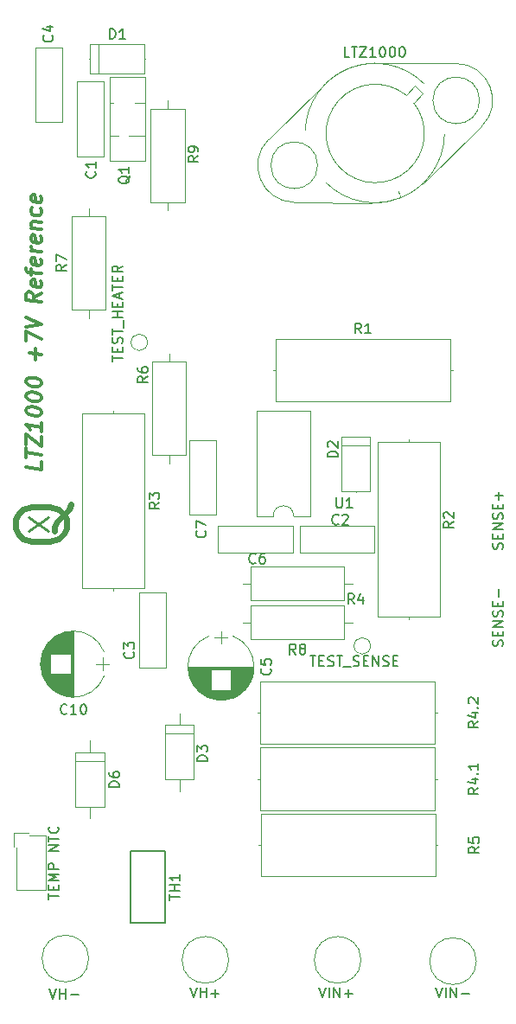
<source format=gbr>
G04 #@! TF.FileFunction,Legend,Top*
%FSLAX46Y46*%
G04 Gerber Fmt 4.6, Leading zero omitted, Abs format (unit mm)*
G04 Created by KiCad (PCBNEW 4.0.5) date Saturday, 16 December 2017 'PMt' 23:42:59*
%MOMM*%
%LPD*%
G01*
G04 APERTURE LIST*
%ADD10C,0.150000*%
%ADD11C,0.250000*%
%ADD12C,0.600000*%
%ADD13C,0.300000*%
%ADD14C,0.100000*%
%ADD15C,0.120000*%
G04 APERTURE END LIST*
D10*
D11*
X132381762Y-102774667D02*
X134381762Y-101441333D01*
X132381762Y-101441333D02*
X134381762Y-102774667D01*
D12*
X136596095Y-100203237D02*
X136358000Y-100679428D01*
X135881810Y-101155618D01*
X135167524Y-101869904D01*
X134929429Y-102346095D01*
X134929429Y-102822285D01*
X136119905Y-102584190D02*
X135881810Y-103060380D01*
X135405619Y-103536571D01*
X134453238Y-103774666D01*
X132786571Y-103774666D01*
X131834190Y-103536571D01*
X131358000Y-103060380D01*
X131119905Y-102584190D01*
X131119905Y-101631809D01*
X131358000Y-101155618D01*
X131834190Y-100679428D01*
X132786571Y-100441333D01*
X134453238Y-100441333D01*
X135405619Y-100679428D01*
X135881810Y-101155618D01*
X136119905Y-101631809D01*
X136119905Y-102584190D01*
D13*
X133647571Y-96039675D02*
X133647571Y-96753961D01*
X132147571Y-96566461D01*
X132147571Y-95566461D02*
X132147571Y-94709318D01*
X133647571Y-95325389D02*
X132147571Y-95137889D01*
X132147571Y-94352175D02*
X132147571Y-93352175D01*
X133647571Y-94539675D01*
X133647571Y-93539675D01*
X133647571Y-92182533D02*
X133647571Y-93039676D01*
X133647571Y-92611104D02*
X132147571Y-92423604D01*
X132361857Y-92593247D01*
X132504714Y-92753962D01*
X132576143Y-92905748D01*
X132147571Y-91066462D02*
X132147571Y-90923605D01*
X132219000Y-90789677D01*
X132290429Y-90727177D01*
X132433286Y-90673605D01*
X132719000Y-90637891D01*
X133076143Y-90682534D01*
X133361857Y-90789676D01*
X133504714Y-90878962D01*
X133576143Y-90959320D01*
X133647571Y-91111105D01*
X133647571Y-91253962D01*
X133576143Y-91387891D01*
X133504714Y-91450391D01*
X133361857Y-91503962D01*
X133076143Y-91539677D01*
X132719000Y-91495034D01*
X132433286Y-91387891D01*
X132290429Y-91298606D01*
X132219000Y-91218248D01*
X132147571Y-91066462D01*
X132147571Y-89637891D02*
X132147571Y-89495034D01*
X132219000Y-89361106D01*
X132290429Y-89298606D01*
X132433286Y-89245034D01*
X132719000Y-89209320D01*
X133076143Y-89253963D01*
X133361857Y-89361105D01*
X133504714Y-89450391D01*
X133576143Y-89530749D01*
X133647571Y-89682534D01*
X133647571Y-89825391D01*
X133576143Y-89959320D01*
X133504714Y-90021820D01*
X133361857Y-90075391D01*
X133076143Y-90111106D01*
X132719000Y-90066463D01*
X132433286Y-89959320D01*
X132290429Y-89870035D01*
X132219000Y-89789677D01*
X132147571Y-89637891D01*
X132147571Y-88209320D02*
X132147571Y-88066463D01*
X132219000Y-87932535D01*
X132290429Y-87870035D01*
X132433286Y-87816463D01*
X132719000Y-87780749D01*
X133076143Y-87825392D01*
X133361857Y-87932534D01*
X133504714Y-88021820D01*
X133576143Y-88102178D01*
X133647571Y-88253963D01*
X133647571Y-88396820D01*
X133576143Y-88530749D01*
X133504714Y-88593249D01*
X133361857Y-88646820D01*
X133076143Y-88682535D01*
X132719000Y-88637892D01*
X132433286Y-88530749D01*
X132290429Y-88441464D01*
X132219000Y-88361106D01*
X132147571Y-88209320D01*
X133076143Y-86039678D02*
X133076143Y-84896821D01*
X133647571Y-85539678D02*
X132504714Y-85396821D01*
X132147571Y-84209320D02*
X132147571Y-83209320D01*
X133647571Y-84039677D01*
X132147571Y-82852178D02*
X133647571Y-82539678D01*
X132147571Y-81852178D01*
X133647571Y-79539678D02*
X132933286Y-79950393D01*
X133647571Y-80396821D02*
X132147571Y-80209321D01*
X132147571Y-79637893D01*
X132219000Y-79503964D01*
X132290429Y-79441465D01*
X132433286Y-79387893D01*
X132647571Y-79414678D01*
X132790429Y-79503965D01*
X132861857Y-79584321D01*
X132933286Y-79736108D01*
X132933286Y-80307536D01*
X133576143Y-78316465D02*
X133647571Y-78468250D01*
X133647571Y-78753964D01*
X133576143Y-78887893D01*
X133433286Y-78941465D01*
X132861857Y-78870036D01*
X132719000Y-78780750D01*
X132647571Y-78628964D01*
X132647571Y-78343250D01*
X132719000Y-78209322D01*
X132861857Y-78155750D01*
X133004714Y-78173607D01*
X133147571Y-78905750D01*
X132647571Y-77700393D02*
X132647571Y-77128964D01*
X133647571Y-77611107D02*
X132361857Y-77450393D01*
X132219000Y-77361108D01*
X132147571Y-77209321D01*
X132147571Y-77066464D01*
X133576143Y-76173608D02*
X133647571Y-76325393D01*
X133647571Y-76611107D01*
X133576143Y-76745036D01*
X133433286Y-76798608D01*
X132861857Y-76727179D01*
X132719000Y-76637893D01*
X132647571Y-76486107D01*
X132647571Y-76200393D01*
X132719000Y-76066465D01*
X132861857Y-76012893D01*
X133004714Y-76030750D01*
X133147571Y-76762893D01*
X133647571Y-75468250D02*
X132647571Y-75343250D01*
X132933286Y-75378965D02*
X132790429Y-75289680D01*
X132719000Y-75209322D01*
X132647571Y-75057536D01*
X132647571Y-74914679D01*
X133576143Y-73959323D02*
X133647571Y-74111108D01*
X133647571Y-74396822D01*
X133576143Y-74530751D01*
X133433286Y-74584323D01*
X132861857Y-74512894D01*
X132719000Y-74423608D01*
X132647571Y-74271822D01*
X132647571Y-73986108D01*
X132719000Y-73852180D01*
X132861857Y-73798608D01*
X133004714Y-73816465D01*
X133147571Y-74548608D01*
X132647571Y-73128965D02*
X133647571Y-73253965D01*
X132790429Y-73146823D02*
X132719000Y-73066466D01*
X132647571Y-72914679D01*
X132647571Y-72700394D01*
X132719000Y-72566466D01*
X132861857Y-72512894D01*
X133647571Y-72611108D01*
X133576143Y-71245037D02*
X133647571Y-71396822D01*
X133647571Y-71682536D01*
X133576143Y-71816466D01*
X133504714Y-71878965D01*
X133361857Y-71932537D01*
X132933286Y-71878966D01*
X132790429Y-71789680D01*
X132719000Y-71709323D01*
X132647571Y-71557536D01*
X132647571Y-71271822D01*
X132719000Y-71137894D01*
X133576143Y-70030752D02*
X133647571Y-70182537D01*
X133647571Y-70468251D01*
X133576143Y-70602180D01*
X133433286Y-70655752D01*
X132861857Y-70584323D01*
X132719000Y-70495037D01*
X132647571Y-70343251D01*
X132647571Y-70057537D01*
X132719000Y-69923609D01*
X132861857Y-69870037D01*
X133004714Y-69887894D01*
X133147571Y-70620037D01*
D14*
X163783789Y-57508683D02*
G75*
G02X171139833Y-58992368I2550820J-6330462D01*
G01*
X173157915Y-63993988D02*
G75*
G02X168891322Y-70167233I-6823306J154843D01*
G01*
X159512917Y-63624766D02*
G75*
G02X163777895Y-57511060I6821692J-214379D01*
G01*
X163952717Y-57443206D02*
G75*
G02X166360917Y-56988989I2518917J-6743887D01*
G01*
X174292279Y-57031696D02*
X166360917Y-56988989D01*
X174298239Y-57031732D02*
G75*
G02X176787040Y-63208288I-25344J-3599913D01*
G01*
X171111214Y-68746271D02*
X176787040Y-63208288D01*
X171107326Y-68749925D02*
G75*
G02X168881190Y-70171317I-4892395J5208360D01*
G01*
X168880289Y-70171678D02*
G75*
G02X165990540Y-70683846I-2665358J6630113D01*
G01*
X158432013Y-70618542D02*
X165990540Y-70683846D01*
X158428942Y-70618517D02*
G75*
G02X155939546Y-64452550I35469J3599827D01*
G01*
X155939546Y-64452550D02*
X161528010Y-58953974D01*
X159512917Y-63624766D02*
G75*
G02X163777895Y-57511060I6821692J-214379D01*
G01*
X163783789Y-57508683D02*
G75*
G02X171139833Y-58992368I2550820J-6330462D01*
G01*
X173157915Y-63993988D02*
G75*
G02X168891322Y-70167233I-6823306J154843D01*
G01*
X163961540Y-57439928D02*
G75*
G02X171139833Y-58992368I2373069J-6399217D01*
G01*
X168880585Y-70171561D02*
G75*
G02X161568120Y-68724027I-2545976J6332416D01*
G01*
X173157937Y-63993000D02*
G75*
G02X168881190Y-70171317I-6823328J153855D01*
G01*
X168880585Y-70171561D02*
G75*
G02X161568120Y-68724027I-2545976J6332416D01*
G01*
X161534367Y-58947975D02*
G75*
G02X163716597Y-57536173I4937267J-5239118D01*
G01*
X168666557Y-69610921D02*
X168647827Y-69564563D01*
X168685288Y-69657283D02*
X168666557Y-69610921D01*
X168704018Y-69703641D02*
X168685288Y-69657283D01*
X168741478Y-69796361D02*
X168722749Y-69750002D01*
X168816400Y-69981795D02*
X168797669Y-69935437D01*
X168835131Y-70028157D02*
X168816400Y-69981795D01*
D15*
X172732000Y-94056000D02*
X166612000Y-94056000D01*
X166612000Y-94056000D02*
X166612000Y-111176000D01*
X166612000Y-111176000D02*
X172732000Y-111176000D01*
X172732000Y-111176000D02*
X172732000Y-94056000D01*
X169672000Y-93836000D02*
X169672000Y-94056000D01*
X169672000Y-111396000D02*
X169672000Y-111176000D01*
X160718500Y-66992500D02*
G75*
G03X160718500Y-66992500I-2286000J0D01*
G01*
X144390000Y-70600000D02*
X147710000Y-70600000D01*
X147710000Y-70600000D02*
X147710000Y-61480000D01*
X147710000Y-61480000D02*
X144390000Y-61480000D01*
X144390000Y-61480000D02*
X144390000Y-70600000D01*
X146050000Y-71410000D02*
X146050000Y-70600000D01*
X146050000Y-60670000D02*
X146050000Y-61480000D01*
X156385000Y-101327000D02*
G75*
G02X158385000Y-101327000I1000000J0D01*
G01*
X158385000Y-101327000D02*
X160035000Y-101327000D01*
X160035000Y-101327000D02*
X160035000Y-91047000D01*
X160035000Y-91047000D02*
X154735000Y-91047000D01*
X154735000Y-91047000D02*
X154735000Y-101327000D01*
X154735000Y-101327000D02*
X156385000Y-101327000D01*
X165875000Y-93606000D02*
X163055000Y-93606000D01*
X163055000Y-93606000D02*
X163055000Y-98926000D01*
X163055000Y-98926000D02*
X165875000Y-98926000D01*
X165875000Y-98926000D02*
X165875000Y-93606000D01*
X164465000Y-93536000D02*
X164465000Y-93606000D01*
X164465000Y-98996000D02*
X164465000Y-98926000D01*
X165875000Y-94446000D02*
X163055000Y-94446000D01*
X138437000Y-55168500D02*
X138437000Y-57988500D01*
X138437000Y-57988500D02*
X143757000Y-57988500D01*
X143757000Y-57988500D02*
X143757000Y-55168500D01*
X143757000Y-55168500D02*
X138437000Y-55168500D01*
X138367000Y-56578500D02*
X138437000Y-56578500D01*
X143827000Y-56578500D02*
X143757000Y-56578500D01*
X139277000Y-55168500D02*
X139277000Y-57988500D01*
X148603000Y-121800000D02*
X145783000Y-121800000D01*
X145783000Y-121800000D02*
X145783000Y-127120000D01*
X145783000Y-127120000D02*
X148603000Y-127120000D01*
X148603000Y-127120000D02*
X148603000Y-121800000D01*
X147193000Y-120660000D02*
X147193000Y-121800000D01*
X147193000Y-128260000D02*
X147193000Y-127120000D01*
X148603000Y-122640000D02*
X145783000Y-122640000D01*
X170144902Y-60883916D02*
X171035856Y-59992961D01*
X171035856Y-59992961D02*
X170258039Y-59215144D01*
X170258039Y-59215144D02*
X169367084Y-60106098D01*
X169367371Y-60106326D02*
G75*
G03X170144902Y-60883916I-2997371J-3774674D01*
G01*
X136643000Y-81141000D02*
X139963000Y-81141000D01*
X139963000Y-81141000D02*
X139963000Y-72021000D01*
X139963000Y-72021000D02*
X136643000Y-72021000D01*
X136643000Y-72021000D02*
X136643000Y-81141000D01*
X138303000Y-81951000D02*
X138303000Y-81141000D01*
X138303000Y-71211000D02*
X138303000Y-72021000D01*
X163310000Y-113420000D02*
X163310000Y-110100000D01*
X163310000Y-110100000D02*
X154190000Y-110100000D01*
X154190000Y-110100000D02*
X154190000Y-113420000D01*
X154190000Y-113420000D02*
X163310000Y-113420000D01*
X164120000Y-111760000D02*
X163310000Y-111760000D01*
X153380000Y-111760000D02*
X154190000Y-111760000D01*
D10*
X145796500Y-141144500D02*
X145796500Y-134144500D01*
X142396500Y-141144500D02*
X142396500Y-134144500D01*
X142396500Y-134144500D02*
X145796500Y-134144500D01*
X142396500Y-141144500D02*
X145796500Y-141144500D01*
D15*
X139840000Y-124467000D02*
X137020000Y-124467000D01*
X137020000Y-124467000D02*
X137020000Y-129787000D01*
X137020000Y-129787000D02*
X139840000Y-129787000D01*
X139840000Y-129787000D02*
X139840000Y-124467000D01*
X138430000Y-123327000D02*
X138430000Y-124467000D01*
X138430000Y-130927000D02*
X138430000Y-129787000D01*
X139840000Y-125307000D02*
X137020000Y-125307000D01*
X143852000Y-58364000D02*
X143852000Y-66604000D01*
X140362000Y-58364000D02*
X140362000Y-66604000D01*
X143852000Y-58364000D02*
X140362000Y-58364000D01*
X143852000Y-66604000D02*
X140362000Y-66604000D01*
X143852000Y-60884000D02*
X142782000Y-60884000D01*
X140682000Y-60884000D02*
X140362000Y-60884000D01*
X143852000Y-64085000D02*
X142272000Y-64085000D01*
X141192000Y-64085000D02*
X140362000Y-64085000D01*
X137120000Y-66104000D02*
X137120000Y-58784000D01*
X139740000Y-66104000D02*
X139740000Y-58784000D01*
X137120000Y-66104000D02*
X139740000Y-66104000D01*
X137120000Y-58784000D02*
X139740000Y-58784000D01*
X166307000Y-104942000D02*
X158987000Y-104942000D01*
X166307000Y-102322000D02*
X158987000Y-102322000D01*
X166307000Y-104942000D02*
X166307000Y-102322000D01*
X158987000Y-104942000D02*
X158987000Y-102322000D01*
X145836000Y-108822000D02*
X145836000Y-116142000D01*
X143216000Y-108822000D02*
X143216000Y-116142000D01*
X145836000Y-108822000D02*
X143216000Y-108822000D01*
X145836000Y-116142000D02*
X143216000Y-116142000D01*
X133056000Y-62755000D02*
X133056000Y-55435000D01*
X135676000Y-62755000D02*
X135676000Y-55435000D01*
X133056000Y-62755000D02*
X135676000Y-62755000D01*
X133056000Y-55435000D02*
X135676000Y-55435000D01*
X150986000Y-102322000D02*
X158306000Y-102322000D01*
X150986000Y-104942000D02*
X158306000Y-104942000D01*
X150986000Y-102322000D02*
X150986000Y-104942000D01*
X158306000Y-102322000D02*
X158306000Y-104942000D01*
X150810000Y-93872000D02*
X150810000Y-101192000D01*
X148190000Y-93872000D02*
X148190000Y-101192000D01*
X150810000Y-93872000D02*
X148190000Y-93872000D01*
X150810000Y-101192000D02*
X148190000Y-101192000D01*
X163310000Y-109610000D02*
X163310000Y-106290000D01*
X163310000Y-106290000D02*
X154190000Y-106290000D01*
X154190000Y-106290000D02*
X154190000Y-109610000D01*
X154190000Y-109610000D02*
X163310000Y-109610000D01*
X164120000Y-107950000D02*
X163310000Y-107950000D01*
X153380000Y-107950000D02*
X154190000Y-107950000D01*
X144059219Y-84328000D02*
G75*
G03X144059219Y-84328000I-803219J0D01*
G01*
X165903219Y-114046000D02*
G75*
G03X165903219Y-114046000I-803219J0D01*
G01*
X164973000Y-144780000D02*
G75*
G03X164973000Y-144780000I-2286000J0D01*
G01*
X138303000Y-144653000D02*
G75*
G03X138303000Y-144653000I-2286000J0D01*
G01*
X152019000Y-144780000D02*
G75*
G03X152019000Y-144780000I-2286000J0D01*
G01*
X176276000Y-144907000D02*
G75*
G03X176276000Y-144907000I-2286000J0D01*
G01*
X144517000Y-95365000D02*
X147837000Y-95365000D01*
X147837000Y-95365000D02*
X147837000Y-86245000D01*
X147837000Y-86245000D02*
X144517000Y-86245000D01*
X144517000Y-86245000D02*
X144517000Y-95365000D01*
X146177000Y-96175000D02*
X146177000Y-95365000D01*
X146177000Y-85435000D02*
X146177000Y-86245000D01*
X156603500Y-83998500D02*
X156603500Y-90118500D01*
X156603500Y-90118500D02*
X173723500Y-90118500D01*
X173723500Y-90118500D02*
X173723500Y-83998500D01*
X173723500Y-83998500D02*
X156603500Y-83998500D01*
X156383500Y-87058500D02*
X156603500Y-87058500D01*
X173943500Y-87058500D02*
X173723500Y-87058500D01*
X143776000Y-91262000D02*
X137656000Y-91262000D01*
X137656000Y-91262000D02*
X137656000Y-108382000D01*
X137656000Y-108382000D02*
X143776000Y-108382000D01*
X143776000Y-108382000D02*
X143776000Y-91262000D01*
X140716000Y-91042000D02*
X140716000Y-91262000D01*
X140716000Y-108602000D02*
X140716000Y-108382000D01*
X155079500Y-124003500D02*
X155079500Y-130123500D01*
X155079500Y-130123500D02*
X172199500Y-130123500D01*
X172199500Y-130123500D02*
X172199500Y-124003500D01*
X172199500Y-124003500D02*
X155079500Y-124003500D01*
X154859500Y-127063500D02*
X155079500Y-127063500D01*
X172419500Y-127063500D02*
X172199500Y-127063500D01*
X172263000Y-136600500D02*
X172263000Y-130480500D01*
X172263000Y-130480500D02*
X155143000Y-130480500D01*
X155143000Y-130480500D02*
X155143000Y-136600500D01*
X155143000Y-136600500D02*
X172263000Y-136600500D01*
X172483000Y-133540500D02*
X172263000Y-133540500D01*
X154923000Y-133540500D02*
X155143000Y-133540500D01*
X155079500Y-117526500D02*
X155079500Y-123646500D01*
X155079500Y-123646500D02*
X172199500Y-123646500D01*
X172199500Y-123646500D02*
X172199500Y-117526500D01*
X172199500Y-117526500D02*
X155079500Y-117526500D01*
X154859500Y-120586500D02*
X155079500Y-120586500D01*
X172419500Y-120586500D02*
X172199500Y-120586500D01*
X176593500Y-60642500D02*
G75*
G03X176593500Y-60642500I-2286000J0D01*
G01*
X132481500Y-132565000D02*
X134071500Y-132565000D01*
X134071500Y-132565000D02*
X134071500Y-137945000D01*
X134071500Y-137945000D02*
X131231500Y-137945000D01*
X131231500Y-137945000D02*
X131231500Y-133815000D01*
X132381500Y-132315000D02*
X130981500Y-132315000D01*
X130981500Y-132315000D02*
X130981500Y-133715000D01*
X152436136Y-119115820D02*
G75*
G03X152437000Y-113080518I-1179136J3017820D01*
G01*
X150077864Y-119115820D02*
G75*
G02X150077000Y-113080518I1179136J3017820D01*
G01*
X150077864Y-119115820D02*
G75*
G03X152437000Y-119115482I1179136J3017820D01*
G01*
X154457000Y-116098000D02*
X148057000Y-116098000D01*
X154457000Y-116138000D02*
X148057000Y-116138000D01*
X154457000Y-116178000D02*
X148057000Y-116178000D01*
X154455000Y-116218000D02*
X148059000Y-116218000D01*
X154454000Y-116258000D02*
X148060000Y-116258000D01*
X154451000Y-116298000D02*
X148063000Y-116298000D01*
X154449000Y-116338000D02*
X148065000Y-116338000D01*
X154445000Y-116378000D02*
X152237000Y-116378000D01*
X150277000Y-116378000D02*
X148069000Y-116378000D01*
X154442000Y-116418000D02*
X152237000Y-116418000D01*
X150277000Y-116418000D02*
X148072000Y-116418000D01*
X154437000Y-116458000D02*
X152237000Y-116458000D01*
X150277000Y-116458000D02*
X148077000Y-116458000D01*
X154433000Y-116498000D02*
X152237000Y-116498000D01*
X150277000Y-116498000D02*
X148081000Y-116498000D01*
X154427000Y-116538000D02*
X152237000Y-116538000D01*
X150277000Y-116538000D02*
X148087000Y-116538000D01*
X154422000Y-116578000D02*
X152237000Y-116578000D01*
X150277000Y-116578000D02*
X148092000Y-116578000D01*
X154415000Y-116618000D02*
X152237000Y-116618000D01*
X150277000Y-116618000D02*
X148099000Y-116618000D01*
X154409000Y-116658000D02*
X152237000Y-116658000D01*
X150277000Y-116658000D02*
X148105000Y-116658000D01*
X154401000Y-116698000D02*
X152237000Y-116698000D01*
X150277000Y-116698000D02*
X148113000Y-116698000D01*
X154394000Y-116738000D02*
X152237000Y-116738000D01*
X150277000Y-116738000D02*
X148120000Y-116738000D01*
X154385000Y-116778000D02*
X152237000Y-116778000D01*
X150277000Y-116778000D02*
X148129000Y-116778000D01*
X154376000Y-116819000D02*
X152237000Y-116819000D01*
X150277000Y-116819000D02*
X148138000Y-116819000D01*
X154367000Y-116859000D02*
X152237000Y-116859000D01*
X150277000Y-116859000D02*
X148147000Y-116859000D01*
X154357000Y-116899000D02*
X152237000Y-116899000D01*
X150277000Y-116899000D02*
X148157000Y-116899000D01*
X154347000Y-116939000D02*
X152237000Y-116939000D01*
X150277000Y-116939000D02*
X148167000Y-116939000D01*
X154336000Y-116979000D02*
X152237000Y-116979000D01*
X150277000Y-116979000D02*
X148178000Y-116979000D01*
X154324000Y-117019000D02*
X152237000Y-117019000D01*
X150277000Y-117019000D02*
X148190000Y-117019000D01*
X154312000Y-117059000D02*
X152237000Y-117059000D01*
X150277000Y-117059000D02*
X148202000Y-117059000D01*
X154299000Y-117099000D02*
X152237000Y-117099000D01*
X150277000Y-117099000D02*
X148215000Y-117099000D01*
X154286000Y-117139000D02*
X152237000Y-117139000D01*
X150277000Y-117139000D02*
X148228000Y-117139000D01*
X154272000Y-117179000D02*
X152237000Y-117179000D01*
X150277000Y-117179000D02*
X148242000Y-117179000D01*
X154258000Y-117219000D02*
X152237000Y-117219000D01*
X150277000Y-117219000D02*
X148256000Y-117219000D01*
X154243000Y-117259000D02*
X152237000Y-117259000D01*
X150277000Y-117259000D02*
X148271000Y-117259000D01*
X154227000Y-117299000D02*
X152237000Y-117299000D01*
X150277000Y-117299000D02*
X148287000Y-117299000D01*
X154211000Y-117339000D02*
X152237000Y-117339000D01*
X150277000Y-117339000D02*
X148303000Y-117339000D01*
X154194000Y-117379000D02*
X152237000Y-117379000D01*
X150277000Y-117379000D02*
X148320000Y-117379000D01*
X154176000Y-117419000D02*
X152237000Y-117419000D01*
X150277000Y-117419000D02*
X148338000Y-117419000D01*
X154158000Y-117459000D02*
X152237000Y-117459000D01*
X150277000Y-117459000D02*
X148356000Y-117459000D01*
X154139000Y-117499000D02*
X152237000Y-117499000D01*
X150277000Y-117499000D02*
X148375000Y-117499000D01*
X154120000Y-117539000D02*
X152237000Y-117539000D01*
X150277000Y-117539000D02*
X148394000Y-117539000D01*
X154100000Y-117579000D02*
X152237000Y-117579000D01*
X150277000Y-117579000D02*
X148414000Y-117579000D01*
X154079000Y-117619000D02*
X152237000Y-117619000D01*
X150277000Y-117619000D02*
X148435000Y-117619000D01*
X154057000Y-117659000D02*
X152237000Y-117659000D01*
X150277000Y-117659000D02*
X148457000Y-117659000D01*
X154035000Y-117699000D02*
X152237000Y-117699000D01*
X150277000Y-117699000D02*
X148479000Y-117699000D01*
X154012000Y-117739000D02*
X152237000Y-117739000D01*
X150277000Y-117739000D02*
X148502000Y-117739000D01*
X153988000Y-117779000D02*
X152237000Y-117779000D01*
X150277000Y-117779000D02*
X148526000Y-117779000D01*
X153963000Y-117819000D02*
X152237000Y-117819000D01*
X150277000Y-117819000D02*
X148551000Y-117819000D01*
X153938000Y-117859000D02*
X152237000Y-117859000D01*
X150277000Y-117859000D02*
X148576000Y-117859000D01*
X153911000Y-117899000D02*
X152237000Y-117899000D01*
X150277000Y-117899000D02*
X148603000Y-117899000D01*
X153884000Y-117939000D02*
X152237000Y-117939000D01*
X150277000Y-117939000D02*
X148630000Y-117939000D01*
X153856000Y-117979000D02*
X152237000Y-117979000D01*
X150277000Y-117979000D02*
X148658000Y-117979000D01*
X153827000Y-118019000D02*
X152237000Y-118019000D01*
X150277000Y-118019000D02*
X148687000Y-118019000D01*
X153797000Y-118059000D02*
X152237000Y-118059000D01*
X150277000Y-118059000D02*
X148717000Y-118059000D01*
X153767000Y-118099000D02*
X152237000Y-118099000D01*
X150277000Y-118099000D02*
X148747000Y-118099000D01*
X153735000Y-118139000D02*
X152237000Y-118139000D01*
X150277000Y-118139000D02*
X148779000Y-118139000D01*
X153702000Y-118179000D02*
X152237000Y-118179000D01*
X150277000Y-118179000D02*
X148812000Y-118179000D01*
X153668000Y-118219000D02*
X152237000Y-118219000D01*
X150277000Y-118219000D02*
X148846000Y-118219000D01*
X153632000Y-118259000D02*
X152237000Y-118259000D01*
X150277000Y-118259000D02*
X148882000Y-118259000D01*
X153596000Y-118299000D02*
X152237000Y-118299000D01*
X150277000Y-118299000D02*
X148918000Y-118299000D01*
X153558000Y-118339000D02*
X148956000Y-118339000D01*
X153519000Y-118379000D02*
X148995000Y-118379000D01*
X153479000Y-118419000D02*
X149035000Y-118419000D01*
X153437000Y-118459000D02*
X149077000Y-118459000D01*
X153394000Y-118499000D02*
X149120000Y-118499000D01*
X153349000Y-118539000D02*
X149165000Y-118539000D01*
X153302000Y-118579000D02*
X149212000Y-118579000D01*
X153254000Y-118619000D02*
X149260000Y-118619000D01*
X153203000Y-118659000D02*
X149311000Y-118659000D01*
X153151000Y-118699000D02*
X149363000Y-118699000D01*
X153096000Y-118739000D02*
X149418000Y-118739000D01*
X153038000Y-118779000D02*
X149476000Y-118779000D01*
X152978000Y-118819000D02*
X149536000Y-118819000D01*
X152915000Y-118859000D02*
X149599000Y-118859000D01*
X152848000Y-118899000D02*
X149666000Y-118899000D01*
X152777000Y-118939000D02*
X149737000Y-118939000D01*
X152702000Y-118979000D02*
X149812000Y-118979000D01*
X152621000Y-119019000D02*
X149893000Y-119019000D01*
X152535000Y-119059000D02*
X149979000Y-119059000D01*
X152441000Y-119099000D02*
X150073000Y-119099000D01*
X152338000Y-119139000D02*
X150176000Y-119139000D01*
X152223000Y-119179000D02*
X150291000Y-119179000D01*
X152091000Y-119219000D02*
X150423000Y-119219000D01*
X151933000Y-119259000D02*
X150581000Y-119259000D01*
X151725000Y-119299000D02*
X150789000Y-119299000D01*
X151257000Y-112648000D02*
X151257000Y-113848000D01*
X151907000Y-113248000D02*
X150607000Y-113248000D01*
X133781180Y-117003136D02*
G75*
G03X139816482Y-117004000I3017820J1179136D01*
G01*
X133781180Y-114644864D02*
G75*
G02X139816482Y-114644000I3017820J-1179136D01*
G01*
X133781180Y-114644864D02*
G75*
G03X133781518Y-117004000I3017820J-1179136D01*
G01*
X136799000Y-119024000D02*
X136799000Y-112624000D01*
X136759000Y-119024000D02*
X136759000Y-112624000D01*
X136719000Y-119024000D02*
X136719000Y-112624000D01*
X136679000Y-119022000D02*
X136679000Y-112626000D01*
X136639000Y-119021000D02*
X136639000Y-112627000D01*
X136599000Y-119018000D02*
X136599000Y-112630000D01*
X136559000Y-119016000D02*
X136559000Y-112632000D01*
X136519000Y-119012000D02*
X136519000Y-116804000D01*
X136519000Y-114844000D02*
X136519000Y-112636000D01*
X136479000Y-119009000D02*
X136479000Y-116804000D01*
X136479000Y-114844000D02*
X136479000Y-112639000D01*
X136439000Y-119004000D02*
X136439000Y-116804000D01*
X136439000Y-114844000D02*
X136439000Y-112644000D01*
X136399000Y-119000000D02*
X136399000Y-116804000D01*
X136399000Y-114844000D02*
X136399000Y-112648000D01*
X136359000Y-118994000D02*
X136359000Y-116804000D01*
X136359000Y-114844000D02*
X136359000Y-112654000D01*
X136319000Y-118989000D02*
X136319000Y-116804000D01*
X136319000Y-114844000D02*
X136319000Y-112659000D01*
X136279000Y-118982000D02*
X136279000Y-116804000D01*
X136279000Y-114844000D02*
X136279000Y-112666000D01*
X136239000Y-118976000D02*
X136239000Y-116804000D01*
X136239000Y-114844000D02*
X136239000Y-112672000D01*
X136199000Y-118968000D02*
X136199000Y-116804000D01*
X136199000Y-114844000D02*
X136199000Y-112680000D01*
X136159000Y-118961000D02*
X136159000Y-116804000D01*
X136159000Y-114844000D02*
X136159000Y-112687000D01*
X136119000Y-118952000D02*
X136119000Y-116804000D01*
X136119000Y-114844000D02*
X136119000Y-112696000D01*
X136078000Y-118943000D02*
X136078000Y-116804000D01*
X136078000Y-114844000D02*
X136078000Y-112705000D01*
X136038000Y-118934000D02*
X136038000Y-116804000D01*
X136038000Y-114844000D02*
X136038000Y-112714000D01*
X135998000Y-118924000D02*
X135998000Y-116804000D01*
X135998000Y-114844000D02*
X135998000Y-112724000D01*
X135958000Y-118914000D02*
X135958000Y-116804000D01*
X135958000Y-114844000D02*
X135958000Y-112734000D01*
X135918000Y-118903000D02*
X135918000Y-116804000D01*
X135918000Y-114844000D02*
X135918000Y-112745000D01*
X135878000Y-118891000D02*
X135878000Y-116804000D01*
X135878000Y-114844000D02*
X135878000Y-112757000D01*
X135838000Y-118879000D02*
X135838000Y-116804000D01*
X135838000Y-114844000D02*
X135838000Y-112769000D01*
X135798000Y-118866000D02*
X135798000Y-116804000D01*
X135798000Y-114844000D02*
X135798000Y-112782000D01*
X135758000Y-118853000D02*
X135758000Y-116804000D01*
X135758000Y-114844000D02*
X135758000Y-112795000D01*
X135718000Y-118839000D02*
X135718000Y-116804000D01*
X135718000Y-114844000D02*
X135718000Y-112809000D01*
X135678000Y-118825000D02*
X135678000Y-116804000D01*
X135678000Y-114844000D02*
X135678000Y-112823000D01*
X135638000Y-118810000D02*
X135638000Y-116804000D01*
X135638000Y-114844000D02*
X135638000Y-112838000D01*
X135598000Y-118794000D02*
X135598000Y-116804000D01*
X135598000Y-114844000D02*
X135598000Y-112854000D01*
X135558000Y-118778000D02*
X135558000Y-116804000D01*
X135558000Y-114844000D02*
X135558000Y-112870000D01*
X135518000Y-118761000D02*
X135518000Y-116804000D01*
X135518000Y-114844000D02*
X135518000Y-112887000D01*
X135478000Y-118743000D02*
X135478000Y-116804000D01*
X135478000Y-114844000D02*
X135478000Y-112905000D01*
X135438000Y-118725000D02*
X135438000Y-116804000D01*
X135438000Y-114844000D02*
X135438000Y-112923000D01*
X135398000Y-118706000D02*
X135398000Y-116804000D01*
X135398000Y-114844000D02*
X135398000Y-112942000D01*
X135358000Y-118687000D02*
X135358000Y-116804000D01*
X135358000Y-114844000D02*
X135358000Y-112961000D01*
X135318000Y-118667000D02*
X135318000Y-116804000D01*
X135318000Y-114844000D02*
X135318000Y-112981000D01*
X135278000Y-118646000D02*
X135278000Y-116804000D01*
X135278000Y-114844000D02*
X135278000Y-113002000D01*
X135238000Y-118624000D02*
X135238000Y-116804000D01*
X135238000Y-114844000D02*
X135238000Y-113024000D01*
X135198000Y-118602000D02*
X135198000Y-116804000D01*
X135198000Y-114844000D02*
X135198000Y-113046000D01*
X135158000Y-118579000D02*
X135158000Y-116804000D01*
X135158000Y-114844000D02*
X135158000Y-113069000D01*
X135118000Y-118555000D02*
X135118000Y-116804000D01*
X135118000Y-114844000D02*
X135118000Y-113093000D01*
X135078000Y-118530000D02*
X135078000Y-116804000D01*
X135078000Y-114844000D02*
X135078000Y-113118000D01*
X135038000Y-118505000D02*
X135038000Y-116804000D01*
X135038000Y-114844000D02*
X135038000Y-113143000D01*
X134998000Y-118478000D02*
X134998000Y-116804000D01*
X134998000Y-114844000D02*
X134998000Y-113170000D01*
X134958000Y-118451000D02*
X134958000Y-116804000D01*
X134958000Y-114844000D02*
X134958000Y-113197000D01*
X134918000Y-118423000D02*
X134918000Y-116804000D01*
X134918000Y-114844000D02*
X134918000Y-113225000D01*
X134878000Y-118394000D02*
X134878000Y-116804000D01*
X134878000Y-114844000D02*
X134878000Y-113254000D01*
X134838000Y-118364000D02*
X134838000Y-116804000D01*
X134838000Y-114844000D02*
X134838000Y-113284000D01*
X134798000Y-118334000D02*
X134798000Y-116804000D01*
X134798000Y-114844000D02*
X134798000Y-113314000D01*
X134758000Y-118302000D02*
X134758000Y-116804000D01*
X134758000Y-114844000D02*
X134758000Y-113346000D01*
X134718000Y-118269000D02*
X134718000Y-116804000D01*
X134718000Y-114844000D02*
X134718000Y-113379000D01*
X134678000Y-118235000D02*
X134678000Y-116804000D01*
X134678000Y-114844000D02*
X134678000Y-113413000D01*
X134638000Y-118199000D02*
X134638000Y-116804000D01*
X134638000Y-114844000D02*
X134638000Y-113449000D01*
X134598000Y-118163000D02*
X134598000Y-116804000D01*
X134598000Y-114844000D02*
X134598000Y-113485000D01*
X134558000Y-118125000D02*
X134558000Y-113523000D01*
X134518000Y-118086000D02*
X134518000Y-113562000D01*
X134478000Y-118046000D02*
X134478000Y-113602000D01*
X134438000Y-118004000D02*
X134438000Y-113644000D01*
X134398000Y-117961000D02*
X134398000Y-113687000D01*
X134358000Y-117916000D02*
X134358000Y-113732000D01*
X134318000Y-117869000D02*
X134318000Y-113779000D01*
X134278000Y-117821000D02*
X134278000Y-113827000D01*
X134238000Y-117770000D02*
X134238000Y-113878000D01*
X134198000Y-117718000D02*
X134198000Y-113930000D01*
X134158000Y-117663000D02*
X134158000Y-113985000D01*
X134118000Y-117605000D02*
X134118000Y-114043000D01*
X134078000Y-117545000D02*
X134078000Y-114103000D01*
X134038000Y-117482000D02*
X134038000Y-114166000D01*
X133998000Y-117415000D02*
X133998000Y-114233000D01*
X133958000Y-117344000D02*
X133958000Y-114304000D01*
X133918000Y-117269000D02*
X133918000Y-114379000D01*
X133878000Y-117188000D02*
X133878000Y-114460000D01*
X133838000Y-117102000D02*
X133838000Y-114546000D01*
X133798000Y-117008000D02*
X133798000Y-114640000D01*
X133758000Y-116905000D02*
X133758000Y-114743000D01*
X133718000Y-116790000D02*
X133718000Y-114858000D01*
X133678000Y-116658000D02*
X133678000Y-114990000D01*
X133638000Y-116500000D02*
X133638000Y-115148000D01*
X133598000Y-116292000D02*
X133598000Y-115356000D01*
X140249000Y-115824000D02*
X139049000Y-115824000D01*
X139649000Y-116474000D02*
X139649000Y-115174000D01*
D10*
X174061381Y-101893666D02*
X173585190Y-102227000D01*
X174061381Y-102465095D02*
X173061381Y-102465095D01*
X173061381Y-102084142D01*
X173109000Y-101988904D01*
X173156619Y-101941285D01*
X173251857Y-101893666D01*
X173394714Y-101893666D01*
X173489952Y-101941285D01*
X173537571Y-101988904D01*
X173585190Y-102084142D01*
X173585190Y-102465095D01*
X173156619Y-101512714D02*
X173109000Y-101465095D01*
X173061381Y-101369857D01*
X173061381Y-101131761D01*
X173109000Y-101036523D01*
X173156619Y-100988904D01*
X173251857Y-100941285D01*
X173347095Y-100941285D01*
X173489952Y-100988904D01*
X174061381Y-101560333D01*
X174061381Y-100941285D01*
X178839762Y-114061524D02*
X178887381Y-113918667D01*
X178887381Y-113680571D01*
X178839762Y-113585333D01*
X178792143Y-113537714D01*
X178696905Y-113490095D01*
X178601667Y-113490095D01*
X178506429Y-113537714D01*
X178458810Y-113585333D01*
X178411190Y-113680571D01*
X178363571Y-113871048D01*
X178315952Y-113966286D01*
X178268333Y-114013905D01*
X178173095Y-114061524D01*
X178077857Y-114061524D01*
X177982619Y-114013905D01*
X177935000Y-113966286D01*
X177887381Y-113871048D01*
X177887381Y-113632952D01*
X177935000Y-113490095D01*
X178363571Y-113061524D02*
X178363571Y-112728190D01*
X178887381Y-112585333D02*
X178887381Y-113061524D01*
X177887381Y-113061524D01*
X177887381Y-112585333D01*
X178887381Y-112156762D02*
X177887381Y-112156762D01*
X178887381Y-111585333D01*
X177887381Y-111585333D01*
X178839762Y-111156762D02*
X178887381Y-111013905D01*
X178887381Y-110775809D01*
X178839762Y-110680571D01*
X178792143Y-110632952D01*
X178696905Y-110585333D01*
X178601667Y-110585333D01*
X178506429Y-110632952D01*
X178458810Y-110680571D01*
X178411190Y-110775809D01*
X178363571Y-110966286D01*
X178315952Y-111061524D01*
X178268333Y-111109143D01*
X178173095Y-111156762D01*
X178077857Y-111156762D01*
X177982619Y-111109143D01*
X177935000Y-111061524D01*
X177887381Y-110966286D01*
X177887381Y-110728190D01*
X177935000Y-110585333D01*
X178363571Y-110156762D02*
X178363571Y-109823428D01*
X178887381Y-109680571D02*
X178887381Y-110156762D01*
X177887381Y-110156762D01*
X177887381Y-109680571D01*
X178506429Y-109252000D02*
X178506429Y-108490095D01*
X149042381Y-66079666D02*
X148566190Y-66413000D01*
X149042381Y-66651095D02*
X148042381Y-66651095D01*
X148042381Y-66270142D01*
X148090000Y-66174904D01*
X148137619Y-66127285D01*
X148232857Y-66079666D01*
X148375714Y-66079666D01*
X148470952Y-66127285D01*
X148518571Y-66174904D01*
X148566190Y-66270142D01*
X148566190Y-66651095D01*
X149042381Y-65603476D02*
X149042381Y-65413000D01*
X148994762Y-65317761D01*
X148947143Y-65270142D01*
X148804286Y-65174904D01*
X148613810Y-65127285D01*
X148232857Y-65127285D01*
X148137619Y-65174904D01*
X148090000Y-65222523D01*
X148042381Y-65317761D01*
X148042381Y-65508238D01*
X148090000Y-65603476D01*
X148137619Y-65651095D01*
X148232857Y-65698714D01*
X148470952Y-65698714D01*
X148566190Y-65651095D01*
X148613810Y-65603476D01*
X148661429Y-65508238D01*
X148661429Y-65317761D01*
X148613810Y-65222523D01*
X148566190Y-65174904D01*
X148470952Y-65127285D01*
X162560095Y-99528381D02*
X162560095Y-100337905D01*
X162607714Y-100433143D01*
X162655333Y-100480762D01*
X162750571Y-100528381D01*
X162941048Y-100528381D01*
X163036286Y-100480762D01*
X163083905Y-100433143D01*
X163131524Y-100337905D01*
X163131524Y-99528381D01*
X164131524Y-100528381D02*
X163560095Y-100528381D01*
X163845809Y-100528381D02*
X163845809Y-99528381D01*
X163750571Y-99671238D01*
X163655333Y-99766476D01*
X163560095Y-99814095D01*
X162694881Y-95543595D02*
X161694881Y-95543595D01*
X161694881Y-95305500D01*
X161742500Y-95162642D01*
X161837738Y-95067404D01*
X161932976Y-95019785D01*
X162123452Y-94972166D01*
X162266310Y-94972166D01*
X162456786Y-95019785D01*
X162552024Y-95067404D01*
X162647262Y-95162642D01*
X162694881Y-95305500D01*
X162694881Y-95543595D01*
X161790119Y-94591214D02*
X161742500Y-94543595D01*
X161694881Y-94448357D01*
X161694881Y-94210261D01*
X161742500Y-94115023D01*
X161790119Y-94067404D01*
X161885357Y-94019785D01*
X161980595Y-94019785D01*
X162123452Y-94067404D01*
X162694881Y-94638833D01*
X162694881Y-94019785D01*
X140358905Y-54620881D02*
X140358905Y-53620881D01*
X140597000Y-53620881D01*
X140739858Y-53668500D01*
X140835096Y-53763738D01*
X140882715Y-53858976D01*
X140930334Y-54049452D01*
X140930334Y-54192310D01*
X140882715Y-54382786D01*
X140835096Y-54478024D01*
X140739858Y-54573262D01*
X140597000Y-54620881D01*
X140358905Y-54620881D01*
X141882715Y-54620881D02*
X141311286Y-54620881D01*
X141597000Y-54620881D02*
X141597000Y-53620881D01*
X141501762Y-53763738D01*
X141406524Y-53858976D01*
X141311286Y-53906595D01*
X149931381Y-125325095D02*
X148931381Y-125325095D01*
X148931381Y-125087000D01*
X148979000Y-124944142D01*
X149074238Y-124848904D01*
X149169476Y-124801285D01*
X149359952Y-124753666D01*
X149502810Y-124753666D01*
X149693286Y-124801285D01*
X149788524Y-124848904D01*
X149883762Y-124944142D01*
X149931381Y-125087000D01*
X149931381Y-125325095D01*
X148931381Y-124420333D02*
X148931381Y-123801285D01*
X149312333Y-124134619D01*
X149312333Y-123991761D01*
X149359952Y-123896523D01*
X149407571Y-123848904D01*
X149502810Y-123801285D01*
X149740905Y-123801285D01*
X149836143Y-123848904D01*
X149883762Y-123896523D01*
X149931381Y-123991761D01*
X149931381Y-124277476D01*
X149883762Y-124372714D01*
X149836143Y-124420333D01*
X163854119Y-56395881D02*
X163377928Y-56395881D01*
X163377928Y-55395881D01*
X164044595Y-55395881D02*
X164616024Y-55395881D01*
X164330309Y-56395881D02*
X164330309Y-55395881D01*
X164854119Y-55395881D02*
X165520786Y-55395881D01*
X164854119Y-56395881D01*
X165520786Y-56395881D01*
X166425548Y-56395881D02*
X165854119Y-56395881D01*
X166139833Y-56395881D02*
X166139833Y-55395881D01*
X166044595Y-55538738D01*
X165949357Y-55633976D01*
X165854119Y-55681595D01*
X167044595Y-55395881D02*
X167139834Y-55395881D01*
X167235072Y-55443500D01*
X167282691Y-55491119D01*
X167330310Y-55586357D01*
X167377929Y-55776833D01*
X167377929Y-56014929D01*
X167330310Y-56205405D01*
X167282691Y-56300643D01*
X167235072Y-56348262D01*
X167139834Y-56395881D01*
X167044595Y-56395881D01*
X166949357Y-56348262D01*
X166901738Y-56300643D01*
X166854119Y-56205405D01*
X166806500Y-56014929D01*
X166806500Y-55776833D01*
X166854119Y-55586357D01*
X166901738Y-55491119D01*
X166949357Y-55443500D01*
X167044595Y-55395881D01*
X167996976Y-55395881D02*
X168092215Y-55395881D01*
X168187453Y-55443500D01*
X168235072Y-55491119D01*
X168282691Y-55586357D01*
X168330310Y-55776833D01*
X168330310Y-56014929D01*
X168282691Y-56205405D01*
X168235072Y-56300643D01*
X168187453Y-56348262D01*
X168092215Y-56395881D01*
X167996976Y-56395881D01*
X167901738Y-56348262D01*
X167854119Y-56300643D01*
X167806500Y-56205405D01*
X167758881Y-56014929D01*
X167758881Y-55776833D01*
X167806500Y-55586357D01*
X167854119Y-55491119D01*
X167901738Y-55443500D01*
X167996976Y-55395881D01*
X168949357Y-55395881D02*
X169044596Y-55395881D01*
X169139834Y-55443500D01*
X169187453Y-55491119D01*
X169235072Y-55586357D01*
X169282691Y-55776833D01*
X169282691Y-56014929D01*
X169235072Y-56205405D01*
X169187453Y-56300643D01*
X169139834Y-56348262D01*
X169044596Y-56395881D01*
X168949357Y-56395881D01*
X168854119Y-56348262D01*
X168806500Y-56300643D01*
X168758881Y-56205405D01*
X168711262Y-56014929D01*
X168711262Y-55776833D01*
X168758881Y-55586357D01*
X168806500Y-55491119D01*
X168854119Y-55443500D01*
X168949357Y-55395881D01*
X136095381Y-76747666D02*
X135619190Y-77081000D01*
X136095381Y-77319095D02*
X135095381Y-77319095D01*
X135095381Y-76938142D01*
X135143000Y-76842904D01*
X135190619Y-76795285D01*
X135285857Y-76747666D01*
X135428714Y-76747666D01*
X135523952Y-76795285D01*
X135571571Y-76842904D01*
X135619190Y-76938142D01*
X135619190Y-77319095D01*
X135095381Y-76414333D02*
X135095381Y-75747666D01*
X136095381Y-76176238D01*
X158583334Y-114872381D02*
X158250000Y-114396190D01*
X158011905Y-114872381D02*
X158011905Y-113872381D01*
X158392858Y-113872381D01*
X158488096Y-113920000D01*
X158535715Y-113967619D01*
X158583334Y-114062857D01*
X158583334Y-114205714D01*
X158535715Y-114300952D01*
X158488096Y-114348571D01*
X158392858Y-114396190D01*
X158011905Y-114396190D01*
X159154762Y-114300952D02*
X159059524Y-114253333D01*
X159011905Y-114205714D01*
X158964286Y-114110476D01*
X158964286Y-114062857D01*
X159011905Y-113967619D01*
X159059524Y-113920000D01*
X159154762Y-113872381D01*
X159345239Y-113872381D01*
X159440477Y-113920000D01*
X159488096Y-113967619D01*
X159535715Y-114062857D01*
X159535715Y-114110476D01*
X159488096Y-114205714D01*
X159440477Y-114253333D01*
X159345239Y-114300952D01*
X159154762Y-114300952D01*
X159059524Y-114348571D01*
X159011905Y-114396190D01*
X158964286Y-114491429D01*
X158964286Y-114681905D01*
X159011905Y-114777143D01*
X159059524Y-114824762D01*
X159154762Y-114872381D01*
X159345239Y-114872381D01*
X159440477Y-114824762D01*
X159488096Y-114777143D01*
X159535715Y-114681905D01*
X159535715Y-114491429D01*
X159488096Y-114396190D01*
X159440477Y-114348571D01*
X159345239Y-114300952D01*
X146248881Y-138930214D02*
X146248881Y-138358785D01*
X147248881Y-138644500D02*
X146248881Y-138644500D01*
X147248881Y-138025452D02*
X146248881Y-138025452D01*
X146725071Y-138025452D02*
X146725071Y-137454023D01*
X147248881Y-137454023D02*
X146248881Y-137454023D01*
X147248881Y-136454023D02*
X147248881Y-137025452D01*
X147248881Y-136739738D02*
X146248881Y-136739738D01*
X146391738Y-136834976D01*
X146486976Y-136930214D01*
X146534595Y-137025452D01*
X141292381Y-127865095D02*
X140292381Y-127865095D01*
X140292381Y-127627000D01*
X140340000Y-127484142D01*
X140435238Y-127388904D01*
X140530476Y-127341285D01*
X140720952Y-127293666D01*
X140863810Y-127293666D01*
X141054286Y-127341285D01*
X141149524Y-127388904D01*
X141244762Y-127484142D01*
X141292381Y-127627000D01*
X141292381Y-127865095D01*
X140292381Y-126436523D02*
X140292381Y-126627000D01*
X140340000Y-126722238D01*
X140387619Y-126769857D01*
X140530476Y-126865095D01*
X140720952Y-126912714D01*
X141101905Y-126912714D01*
X141197143Y-126865095D01*
X141244762Y-126817476D01*
X141292381Y-126722238D01*
X141292381Y-126531761D01*
X141244762Y-126436523D01*
X141197143Y-126388904D01*
X141101905Y-126341285D01*
X140863810Y-126341285D01*
X140768571Y-126388904D01*
X140720952Y-126436523D01*
X140673333Y-126531761D01*
X140673333Y-126722238D01*
X140720952Y-126817476D01*
X140768571Y-126865095D01*
X140863810Y-126912714D01*
X142343119Y-68040238D02*
X142295500Y-68135476D01*
X142200262Y-68230714D01*
X142057405Y-68373571D01*
X142009786Y-68468810D01*
X142009786Y-68564048D01*
X142247881Y-68516429D02*
X142200262Y-68611667D01*
X142105024Y-68706905D01*
X141914548Y-68754524D01*
X141581214Y-68754524D01*
X141390738Y-68706905D01*
X141295500Y-68611667D01*
X141247881Y-68516429D01*
X141247881Y-68325952D01*
X141295500Y-68230714D01*
X141390738Y-68135476D01*
X141581214Y-68087857D01*
X141914548Y-68087857D01*
X142105024Y-68135476D01*
X142200262Y-68230714D01*
X142247881Y-68325952D01*
X142247881Y-68516429D01*
X142247881Y-67135476D02*
X142247881Y-67706905D01*
X142247881Y-67421191D02*
X141247881Y-67421191D01*
X141390738Y-67516429D01*
X141485976Y-67611667D01*
X141533595Y-67706905D01*
X138914143Y-67603666D02*
X138961762Y-67651285D01*
X139009381Y-67794142D01*
X139009381Y-67889380D01*
X138961762Y-68032238D01*
X138866524Y-68127476D01*
X138771286Y-68175095D01*
X138580810Y-68222714D01*
X138437952Y-68222714D01*
X138247476Y-68175095D01*
X138152238Y-68127476D01*
X138057000Y-68032238D01*
X138009381Y-67889380D01*
X138009381Y-67794142D01*
X138057000Y-67651285D01*
X138104619Y-67603666D01*
X139009381Y-66651285D02*
X139009381Y-67222714D01*
X139009381Y-66937000D02*
X138009381Y-66937000D01*
X138152238Y-67032238D01*
X138247476Y-67127476D01*
X138295095Y-67222714D01*
X162774334Y-102084143D02*
X162726715Y-102131762D01*
X162583858Y-102179381D01*
X162488620Y-102179381D01*
X162345762Y-102131762D01*
X162250524Y-102036524D01*
X162202905Y-101941286D01*
X162155286Y-101750810D01*
X162155286Y-101607952D01*
X162202905Y-101417476D01*
X162250524Y-101322238D01*
X162345762Y-101227000D01*
X162488620Y-101179381D01*
X162583858Y-101179381D01*
X162726715Y-101227000D01*
X162774334Y-101274619D01*
X163155286Y-101274619D02*
X163202905Y-101227000D01*
X163298143Y-101179381D01*
X163536239Y-101179381D01*
X163631477Y-101227000D01*
X163679096Y-101274619D01*
X163726715Y-101369857D01*
X163726715Y-101465095D01*
X163679096Y-101607952D01*
X163107667Y-102179381D01*
X163726715Y-102179381D01*
X142660643Y-114657166D02*
X142708262Y-114704785D01*
X142755881Y-114847642D01*
X142755881Y-114942880D01*
X142708262Y-115085738D01*
X142613024Y-115180976D01*
X142517786Y-115228595D01*
X142327310Y-115276214D01*
X142184452Y-115276214D01*
X141993976Y-115228595D01*
X141898738Y-115180976D01*
X141803500Y-115085738D01*
X141755881Y-114942880D01*
X141755881Y-114847642D01*
X141803500Y-114704785D01*
X141851119Y-114657166D01*
X141755881Y-114323833D02*
X141755881Y-113704785D01*
X142136833Y-114038119D01*
X142136833Y-113895261D01*
X142184452Y-113800023D01*
X142232071Y-113752404D01*
X142327310Y-113704785D01*
X142565405Y-113704785D01*
X142660643Y-113752404D01*
X142708262Y-113800023D01*
X142755881Y-113895261D01*
X142755881Y-114180976D01*
X142708262Y-114276214D01*
X142660643Y-114323833D01*
X134723143Y-54268666D02*
X134770762Y-54316285D01*
X134818381Y-54459142D01*
X134818381Y-54554380D01*
X134770762Y-54697238D01*
X134675524Y-54792476D01*
X134580286Y-54840095D01*
X134389810Y-54887714D01*
X134246952Y-54887714D01*
X134056476Y-54840095D01*
X133961238Y-54792476D01*
X133866000Y-54697238D01*
X133818381Y-54554380D01*
X133818381Y-54459142D01*
X133866000Y-54316285D01*
X133913619Y-54268666D01*
X134151714Y-53411523D02*
X134818381Y-53411523D01*
X133770762Y-53649619D02*
X134485048Y-53887714D01*
X134485048Y-53268666D01*
X154646334Y-105894143D02*
X154598715Y-105941762D01*
X154455858Y-105989381D01*
X154360620Y-105989381D01*
X154217762Y-105941762D01*
X154122524Y-105846524D01*
X154074905Y-105751286D01*
X154027286Y-105560810D01*
X154027286Y-105417952D01*
X154074905Y-105227476D01*
X154122524Y-105132238D01*
X154217762Y-105037000D01*
X154360620Y-104989381D01*
X154455858Y-104989381D01*
X154598715Y-105037000D01*
X154646334Y-105084619D01*
X155503477Y-104989381D02*
X155313000Y-104989381D01*
X155217762Y-105037000D01*
X155170143Y-105084619D01*
X155074905Y-105227476D01*
X155027286Y-105417952D01*
X155027286Y-105798905D01*
X155074905Y-105894143D01*
X155122524Y-105941762D01*
X155217762Y-105989381D01*
X155408239Y-105989381D01*
X155503477Y-105941762D01*
X155551096Y-105894143D01*
X155598715Y-105798905D01*
X155598715Y-105560810D01*
X155551096Y-105465571D01*
X155503477Y-105417952D01*
X155408239Y-105370333D01*
X155217762Y-105370333D01*
X155122524Y-105417952D01*
X155074905Y-105465571D01*
X155027286Y-105560810D01*
X149709143Y-102782666D02*
X149756762Y-102830285D01*
X149804381Y-102973142D01*
X149804381Y-103068380D01*
X149756762Y-103211238D01*
X149661524Y-103306476D01*
X149566286Y-103354095D01*
X149375810Y-103401714D01*
X149232952Y-103401714D01*
X149042476Y-103354095D01*
X148947238Y-103306476D01*
X148852000Y-103211238D01*
X148804381Y-103068380D01*
X148804381Y-102973142D01*
X148852000Y-102830285D01*
X148899619Y-102782666D01*
X148804381Y-102449333D02*
X148804381Y-101782666D01*
X149804381Y-102211238D01*
X164298334Y-109926381D02*
X163965000Y-109450190D01*
X163726905Y-109926381D02*
X163726905Y-108926381D01*
X164107858Y-108926381D01*
X164203096Y-108974000D01*
X164250715Y-109021619D01*
X164298334Y-109116857D01*
X164298334Y-109259714D01*
X164250715Y-109354952D01*
X164203096Y-109402571D01*
X164107858Y-109450190D01*
X163726905Y-109450190D01*
X165155477Y-109259714D02*
X165155477Y-109926381D01*
X164917381Y-108878762D02*
X164679286Y-109593048D01*
X165298334Y-109593048D01*
X140612881Y-86184786D02*
X140612881Y-85613357D01*
X141612881Y-85899072D02*
X140612881Y-85899072D01*
X141089071Y-85280024D02*
X141089071Y-84946690D01*
X141612881Y-84803833D02*
X141612881Y-85280024D01*
X140612881Y-85280024D01*
X140612881Y-84803833D01*
X141565262Y-84422881D02*
X141612881Y-84280024D01*
X141612881Y-84041928D01*
X141565262Y-83946690D01*
X141517643Y-83899071D01*
X141422405Y-83851452D01*
X141327167Y-83851452D01*
X141231929Y-83899071D01*
X141184310Y-83946690D01*
X141136690Y-84041928D01*
X141089071Y-84232405D01*
X141041452Y-84327643D01*
X140993833Y-84375262D01*
X140898595Y-84422881D01*
X140803357Y-84422881D01*
X140708119Y-84375262D01*
X140660500Y-84327643D01*
X140612881Y-84232405D01*
X140612881Y-83994309D01*
X140660500Y-83851452D01*
X140612881Y-83565738D02*
X140612881Y-82994309D01*
X141612881Y-83280024D02*
X140612881Y-83280024D01*
X141708119Y-82899071D02*
X141708119Y-82137166D01*
X141612881Y-81899071D02*
X140612881Y-81899071D01*
X141089071Y-81899071D02*
X141089071Y-81327642D01*
X141612881Y-81327642D02*
X140612881Y-81327642D01*
X141089071Y-80851452D02*
X141089071Y-80518118D01*
X141612881Y-80375261D02*
X141612881Y-80851452D01*
X140612881Y-80851452D01*
X140612881Y-80375261D01*
X141327167Y-79994309D02*
X141327167Y-79518118D01*
X141612881Y-80089547D02*
X140612881Y-79756214D01*
X141612881Y-79422880D01*
X140612881Y-79232404D02*
X140612881Y-78660975D01*
X141612881Y-78946690D02*
X140612881Y-78946690D01*
X141089071Y-78327642D02*
X141089071Y-77994308D01*
X141612881Y-77851451D02*
X141612881Y-78327642D01*
X140612881Y-78327642D01*
X140612881Y-77851451D01*
X141612881Y-76851451D02*
X141136690Y-77184785D01*
X141612881Y-77422880D02*
X140612881Y-77422880D01*
X140612881Y-77041927D01*
X140660500Y-76946689D01*
X140708119Y-76899070D01*
X140803357Y-76851451D01*
X140946214Y-76851451D01*
X141041452Y-76899070D01*
X141089071Y-76946689D01*
X141136690Y-77041927D01*
X141136690Y-77422880D01*
X159980857Y-115022381D02*
X160552286Y-115022381D01*
X160266571Y-116022381D02*
X160266571Y-115022381D01*
X160885619Y-115498571D02*
X161218953Y-115498571D01*
X161361810Y-116022381D02*
X160885619Y-116022381D01*
X160885619Y-115022381D01*
X161361810Y-115022381D01*
X161742762Y-115974762D02*
X161885619Y-116022381D01*
X162123715Y-116022381D01*
X162218953Y-115974762D01*
X162266572Y-115927143D01*
X162314191Y-115831905D01*
X162314191Y-115736667D01*
X162266572Y-115641429D01*
X162218953Y-115593810D01*
X162123715Y-115546190D01*
X161933238Y-115498571D01*
X161838000Y-115450952D01*
X161790381Y-115403333D01*
X161742762Y-115308095D01*
X161742762Y-115212857D01*
X161790381Y-115117619D01*
X161838000Y-115070000D01*
X161933238Y-115022381D01*
X162171334Y-115022381D01*
X162314191Y-115070000D01*
X162599905Y-115022381D02*
X163171334Y-115022381D01*
X162885619Y-116022381D02*
X162885619Y-115022381D01*
X163266572Y-116117619D02*
X164028477Y-116117619D01*
X164218953Y-115974762D02*
X164361810Y-116022381D01*
X164599906Y-116022381D01*
X164695144Y-115974762D01*
X164742763Y-115927143D01*
X164790382Y-115831905D01*
X164790382Y-115736667D01*
X164742763Y-115641429D01*
X164695144Y-115593810D01*
X164599906Y-115546190D01*
X164409429Y-115498571D01*
X164314191Y-115450952D01*
X164266572Y-115403333D01*
X164218953Y-115308095D01*
X164218953Y-115212857D01*
X164266572Y-115117619D01*
X164314191Y-115070000D01*
X164409429Y-115022381D01*
X164647525Y-115022381D01*
X164790382Y-115070000D01*
X165218953Y-115498571D02*
X165552287Y-115498571D01*
X165695144Y-116022381D02*
X165218953Y-116022381D01*
X165218953Y-115022381D01*
X165695144Y-115022381D01*
X166123715Y-116022381D02*
X166123715Y-115022381D01*
X166695144Y-116022381D01*
X166695144Y-115022381D01*
X167123715Y-115974762D02*
X167266572Y-116022381D01*
X167504668Y-116022381D01*
X167599906Y-115974762D01*
X167647525Y-115927143D01*
X167695144Y-115831905D01*
X167695144Y-115736667D01*
X167647525Y-115641429D01*
X167599906Y-115593810D01*
X167504668Y-115546190D01*
X167314191Y-115498571D01*
X167218953Y-115450952D01*
X167171334Y-115403333D01*
X167123715Y-115308095D01*
X167123715Y-115212857D01*
X167171334Y-115117619D01*
X167218953Y-115070000D01*
X167314191Y-115022381D01*
X167552287Y-115022381D01*
X167695144Y-115070000D01*
X168123715Y-115498571D02*
X168457049Y-115498571D01*
X168599906Y-116022381D02*
X168123715Y-116022381D01*
X168123715Y-115022381D01*
X168599906Y-115022381D01*
X160845715Y-147470881D02*
X161179048Y-148470881D01*
X161512382Y-147470881D01*
X161845715Y-148470881D02*
X161845715Y-147470881D01*
X162321905Y-148470881D02*
X162321905Y-147470881D01*
X162893334Y-148470881D01*
X162893334Y-147470881D01*
X163369524Y-148089929D02*
X164131429Y-148089929D01*
X163750477Y-148470881D02*
X163750477Y-147708976D01*
X134477310Y-147597881D02*
X134810643Y-148597881D01*
X135143977Y-147597881D01*
X135477310Y-148597881D02*
X135477310Y-147597881D01*
X135477310Y-148074071D02*
X136048739Y-148074071D01*
X136048739Y-148597881D02*
X136048739Y-147597881D01*
X136524929Y-148216929D02*
X137286834Y-148216929D01*
X148256810Y-147470881D02*
X148590143Y-148470881D01*
X148923477Y-147470881D01*
X149256810Y-148470881D02*
X149256810Y-147470881D01*
X149256810Y-147947071D02*
X149828239Y-147947071D01*
X149828239Y-148470881D02*
X149828239Y-147470881D01*
X150304429Y-148089929D02*
X151066334Y-148089929D01*
X150685382Y-148470881D02*
X150685382Y-147708976D01*
X172275715Y-147470881D02*
X172609048Y-148470881D01*
X172942382Y-147470881D01*
X173275715Y-148470881D02*
X173275715Y-147470881D01*
X173751905Y-148470881D02*
X173751905Y-147470881D01*
X174323334Y-148470881D01*
X174323334Y-147470881D01*
X174799524Y-148089929D02*
X175561429Y-148089929D01*
X144089381Y-87669666D02*
X143613190Y-88003000D01*
X144089381Y-88241095D02*
X143089381Y-88241095D01*
X143089381Y-87860142D01*
X143137000Y-87764904D01*
X143184619Y-87717285D01*
X143279857Y-87669666D01*
X143422714Y-87669666D01*
X143517952Y-87717285D01*
X143565571Y-87764904D01*
X143613190Y-87860142D01*
X143613190Y-88241095D01*
X143089381Y-86812523D02*
X143089381Y-87003000D01*
X143137000Y-87098238D01*
X143184619Y-87145857D01*
X143327476Y-87241095D01*
X143517952Y-87288714D01*
X143898905Y-87288714D01*
X143994143Y-87241095D01*
X144041762Y-87193476D01*
X144089381Y-87098238D01*
X144089381Y-86907761D01*
X144041762Y-86812523D01*
X143994143Y-86764904D01*
X143898905Y-86717285D01*
X143660810Y-86717285D01*
X143565571Y-86764904D01*
X143517952Y-86812523D01*
X143470333Y-86907761D01*
X143470333Y-87098238D01*
X143517952Y-87193476D01*
X143565571Y-87241095D01*
X143660810Y-87288714D01*
X164996834Y-83450881D02*
X164663500Y-82974690D01*
X164425405Y-83450881D02*
X164425405Y-82450881D01*
X164806358Y-82450881D01*
X164901596Y-82498500D01*
X164949215Y-82546119D01*
X164996834Y-82641357D01*
X164996834Y-82784214D01*
X164949215Y-82879452D01*
X164901596Y-82927071D01*
X164806358Y-82974690D01*
X164425405Y-82974690D01*
X165949215Y-83450881D02*
X165377786Y-83450881D01*
X165663500Y-83450881D02*
X165663500Y-82450881D01*
X165568262Y-82593738D01*
X165473024Y-82688976D01*
X165377786Y-82736595D01*
X145228381Y-99988666D02*
X144752190Y-100322000D01*
X145228381Y-100560095D02*
X144228381Y-100560095D01*
X144228381Y-100179142D01*
X144276000Y-100083904D01*
X144323619Y-100036285D01*
X144418857Y-99988666D01*
X144561714Y-99988666D01*
X144656952Y-100036285D01*
X144704571Y-100083904D01*
X144752190Y-100179142D01*
X144752190Y-100560095D01*
X144228381Y-99655333D02*
X144228381Y-99036285D01*
X144609333Y-99369619D01*
X144609333Y-99226761D01*
X144656952Y-99131523D01*
X144704571Y-99083904D01*
X144799810Y-99036285D01*
X145037905Y-99036285D01*
X145133143Y-99083904D01*
X145180762Y-99131523D01*
X145228381Y-99226761D01*
X145228381Y-99512476D01*
X145180762Y-99607714D01*
X145133143Y-99655333D01*
X176474381Y-127944452D02*
X175998190Y-128277786D01*
X176474381Y-128515881D02*
X175474381Y-128515881D01*
X175474381Y-128134928D01*
X175522000Y-128039690D01*
X175569619Y-127992071D01*
X175664857Y-127944452D01*
X175807714Y-127944452D01*
X175902952Y-127992071D01*
X175950571Y-128039690D01*
X175998190Y-128134928D01*
X175998190Y-128515881D01*
X175807714Y-127087309D02*
X176474381Y-127087309D01*
X175426762Y-127325405D02*
X176141048Y-127563500D01*
X176141048Y-126944452D01*
X176379143Y-126563500D02*
X176426762Y-126515881D01*
X176474381Y-126563500D01*
X176426762Y-126611119D01*
X176379143Y-126563500D01*
X176474381Y-126563500D01*
X176474381Y-125563500D02*
X176474381Y-126134929D01*
X176474381Y-125849215D02*
X175474381Y-125849215D01*
X175617238Y-125944453D01*
X175712476Y-126039691D01*
X175760095Y-126134929D01*
X176537881Y-133707166D02*
X176061690Y-134040500D01*
X176537881Y-134278595D02*
X175537881Y-134278595D01*
X175537881Y-133897642D01*
X175585500Y-133802404D01*
X175633119Y-133754785D01*
X175728357Y-133707166D01*
X175871214Y-133707166D01*
X175966452Y-133754785D01*
X176014071Y-133802404D01*
X176061690Y-133897642D01*
X176061690Y-134278595D01*
X175537881Y-132802404D02*
X175537881Y-133278595D01*
X176014071Y-133326214D01*
X175966452Y-133278595D01*
X175918833Y-133183357D01*
X175918833Y-132945261D01*
X175966452Y-132850023D01*
X176014071Y-132802404D01*
X176109310Y-132754785D01*
X176347405Y-132754785D01*
X176442643Y-132802404D01*
X176490262Y-132850023D01*
X176537881Y-132945261D01*
X176537881Y-133183357D01*
X176490262Y-133278595D01*
X176442643Y-133326214D01*
X176474381Y-121467452D02*
X175998190Y-121800786D01*
X176474381Y-122038881D02*
X175474381Y-122038881D01*
X175474381Y-121657928D01*
X175522000Y-121562690D01*
X175569619Y-121515071D01*
X175664857Y-121467452D01*
X175807714Y-121467452D01*
X175902952Y-121515071D01*
X175950571Y-121562690D01*
X175998190Y-121657928D01*
X175998190Y-122038881D01*
X175807714Y-120610309D02*
X176474381Y-120610309D01*
X175426762Y-120848405D02*
X176141048Y-121086500D01*
X176141048Y-120467452D01*
X176379143Y-120086500D02*
X176426762Y-120038881D01*
X176474381Y-120086500D01*
X176426762Y-120134119D01*
X176379143Y-120086500D01*
X176474381Y-120086500D01*
X175569619Y-119657929D02*
X175522000Y-119610310D01*
X175474381Y-119515072D01*
X175474381Y-119276976D01*
X175522000Y-119181738D01*
X175569619Y-119134119D01*
X175664857Y-119086500D01*
X175760095Y-119086500D01*
X175902952Y-119134119D01*
X176474381Y-119705548D01*
X176474381Y-119086500D01*
X178839762Y-104536524D02*
X178887381Y-104393667D01*
X178887381Y-104155571D01*
X178839762Y-104060333D01*
X178792143Y-104012714D01*
X178696905Y-103965095D01*
X178601667Y-103965095D01*
X178506429Y-104012714D01*
X178458810Y-104060333D01*
X178411190Y-104155571D01*
X178363571Y-104346048D01*
X178315952Y-104441286D01*
X178268333Y-104488905D01*
X178173095Y-104536524D01*
X178077857Y-104536524D01*
X177982619Y-104488905D01*
X177935000Y-104441286D01*
X177887381Y-104346048D01*
X177887381Y-104107952D01*
X177935000Y-103965095D01*
X178363571Y-103536524D02*
X178363571Y-103203190D01*
X178887381Y-103060333D02*
X178887381Y-103536524D01*
X177887381Y-103536524D01*
X177887381Y-103060333D01*
X178887381Y-102631762D02*
X177887381Y-102631762D01*
X178887381Y-102060333D01*
X177887381Y-102060333D01*
X178839762Y-101631762D02*
X178887381Y-101488905D01*
X178887381Y-101250809D01*
X178839762Y-101155571D01*
X178792143Y-101107952D01*
X178696905Y-101060333D01*
X178601667Y-101060333D01*
X178506429Y-101107952D01*
X178458810Y-101155571D01*
X178411190Y-101250809D01*
X178363571Y-101441286D01*
X178315952Y-101536524D01*
X178268333Y-101584143D01*
X178173095Y-101631762D01*
X178077857Y-101631762D01*
X177982619Y-101584143D01*
X177935000Y-101536524D01*
X177887381Y-101441286D01*
X177887381Y-101203190D01*
X177935000Y-101060333D01*
X178363571Y-100631762D02*
X178363571Y-100298428D01*
X178887381Y-100155571D02*
X178887381Y-100631762D01*
X177887381Y-100631762D01*
X177887381Y-100155571D01*
X178506429Y-99727000D02*
X178506429Y-98965095D01*
X178887381Y-99346047D02*
X178125476Y-99346047D01*
X134373881Y-138850238D02*
X134373881Y-138278809D01*
X135373881Y-138564524D02*
X134373881Y-138564524D01*
X134850071Y-137945476D02*
X134850071Y-137612142D01*
X135373881Y-137469285D02*
X135373881Y-137945476D01*
X134373881Y-137945476D01*
X134373881Y-137469285D01*
X135373881Y-137040714D02*
X134373881Y-137040714D01*
X135088167Y-136707380D01*
X134373881Y-136374047D01*
X135373881Y-136374047D01*
X135373881Y-135897857D02*
X134373881Y-135897857D01*
X134373881Y-135516904D01*
X134421500Y-135421666D01*
X134469119Y-135374047D01*
X134564357Y-135326428D01*
X134707214Y-135326428D01*
X134802452Y-135374047D01*
X134850071Y-135421666D01*
X134897690Y-135516904D01*
X134897690Y-135897857D01*
X135373881Y-134135952D02*
X134373881Y-134135952D01*
X135373881Y-133564523D01*
X134373881Y-133564523D01*
X134373881Y-133231190D02*
X134373881Y-132659761D01*
X135373881Y-132945476D02*
X134373881Y-132945476D01*
X135278643Y-131754999D02*
X135326262Y-131802618D01*
X135373881Y-131945475D01*
X135373881Y-132040713D01*
X135326262Y-132183571D01*
X135231024Y-132278809D01*
X135135786Y-132326428D01*
X134945310Y-132374047D01*
X134802452Y-132374047D01*
X134611976Y-132326428D01*
X134516738Y-132278809D01*
X134421500Y-132183571D01*
X134373881Y-132040713D01*
X134373881Y-131945475D01*
X134421500Y-131802618D01*
X134469119Y-131754999D01*
X156074143Y-116264666D02*
X156121762Y-116312285D01*
X156169381Y-116455142D01*
X156169381Y-116550380D01*
X156121762Y-116693238D01*
X156026524Y-116788476D01*
X155931286Y-116836095D01*
X155740810Y-116883714D01*
X155597952Y-116883714D01*
X155407476Y-116836095D01*
X155312238Y-116788476D01*
X155217000Y-116693238D01*
X155169381Y-116550380D01*
X155169381Y-116455142D01*
X155217000Y-116312285D01*
X155264619Y-116264666D01*
X155169381Y-115359904D02*
X155169381Y-115836095D01*
X155645571Y-115883714D01*
X155597952Y-115836095D01*
X155550333Y-115740857D01*
X155550333Y-115502761D01*
X155597952Y-115407523D01*
X155645571Y-115359904D01*
X155740810Y-115312285D01*
X155978905Y-115312285D01*
X156074143Y-115359904D01*
X156121762Y-115407523D01*
X156169381Y-115502761D01*
X156169381Y-115740857D01*
X156121762Y-115836095D01*
X156074143Y-115883714D01*
X136156143Y-120641143D02*
X136108524Y-120688762D01*
X135965667Y-120736381D01*
X135870429Y-120736381D01*
X135727571Y-120688762D01*
X135632333Y-120593524D01*
X135584714Y-120498286D01*
X135537095Y-120307810D01*
X135537095Y-120164952D01*
X135584714Y-119974476D01*
X135632333Y-119879238D01*
X135727571Y-119784000D01*
X135870429Y-119736381D01*
X135965667Y-119736381D01*
X136108524Y-119784000D01*
X136156143Y-119831619D01*
X137108524Y-120736381D02*
X136537095Y-120736381D01*
X136822809Y-120736381D02*
X136822809Y-119736381D01*
X136727571Y-119879238D01*
X136632333Y-119974476D01*
X136537095Y-120022095D01*
X137727571Y-119736381D02*
X137822810Y-119736381D01*
X137918048Y-119784000D01*
X137965667Y-119831619D01*
X138013286Y-119926857D01*
X138060905Y-120117333D01*
X138060905Y-120355429D01*
X138013286Y-120545905D01*
X137965667Y-120641143D01*
X137918048Y-120688762D01*
X137822810Y-120736381D01*
X137727571Y-120736381D01*
X137632333Y-120688762D01*
X137584714Y-120641143D01*
X137537095Y-120545905D01*
X137489476Y-120355429D01*
X137489476Y-120117333D01*
X137537095Y-119926857D01*
X137584714Y-119831619D01*
X137632333Y-119784000D01*
X137727571Y-119736381D01*
M02*

</source>
